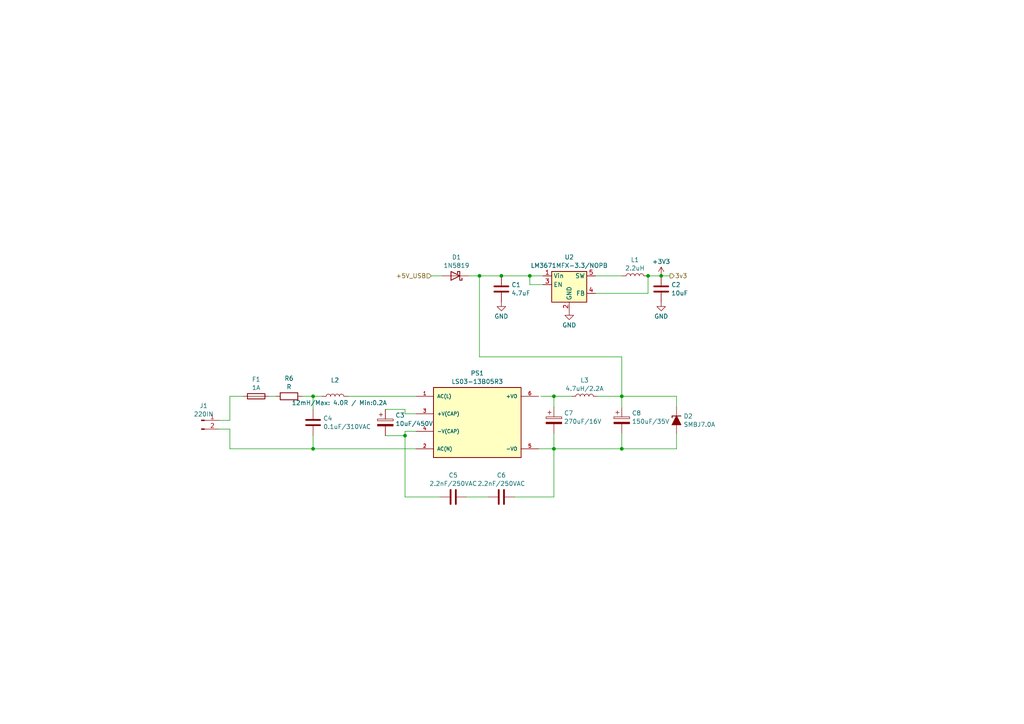
<source format=kicad_sch>
(kicad_sch (version 20230121) (generator eeschema)
  (paper "A4")
  (title_block (title "Optotriac output") (date "2023-12-13") (rev "B") (company "Wildsystems LTD"))
  (lib_symbols
    (symbol "Capacitor_AKL:CP_Radial_D12.5mm_P5.00mm" (pin_numbers hide) (pin_names (offset 0.254))
      (property "Reference" "C" (at 0.635 2.54 0))
      (property "Value" "CP_Radial_D12.5mm_P5.00mm" (at 0.635 -2.54 0))
      (symbol "CP_Radial_D12.5mm_P5.00mm_0_1"
        (rectangle (start -2.286 0.508) (end 2.286 1.016))
        (polyline (pts (xy -1.778 2.286) (xy -0.762 2.286)))
        (polyline (pts (xy -1.27 2.794) (xy -1.27 1.778)))
        (rectangle (start 2.286 -0.508) (end -2.286 -1.016) (fill (type outline)))
      )
      (symbol "CP_Radial_D12.5mm_P5.00mm_1_1"
        (pin passive line (at 0 3.81 270) (length 2.794) (name "~") (number "1"))
        (pin passive line (at 0 -3.81 90) (length 2.794) (name "~") (number "2"))
      )
    )
    (symbol "Capacitor_AKL:CP_SMD_D6.3mm_H7.7mm" (pin_numbers hide) (pin_names (offset 0.254))
      (property "Reference" "C" (at 0.635 2.54 0))
      (property "Value" "CP_SMD_D6.3mm_H7.7mm" (at 0.635 -2.54 0))
      (symbol "CP_SMD_D6.3mm_H7.7mm_0_1"
        (rectangle (start -2.286 0.508) (end 2.286 1.016))
        (polyline (pts (xy -1.778 2.286) (xy -0.762 2.286)))
        (polyline (pts (xy -1.27 2.794) (xy -1.27 1.778)))
        (rectangle (start 2.286 -0.508) (end -2.286 -1.016) (fill (type outline)))
      )
      (symbol "CP_SMD_D6.3mm_H7.7mm_1_1"
        (pin passive line (at 0 3.81 270) (length 2.794) (name "~") (number "1"))
        (pin passive line (at 0 -3.81 90) (length 2.794) (name "~") (number "2"))
      )
    )
    (symbol "Capacitor_AKL:C_0805" (pin_numbers hide) (pin_names (offset 0.254))
      (property "Reference" "C" (at 0.635 2.54 0))
      (property "Value" "C_0805" (at 0.635 -2.54 0))
      (symbol "C_0805_0_1"
        (polyline (pts (xy -2.032 -0.762) (xy 2.032 -0.762)) (stroke (width 0.508)))
        (polyline (pts (xy -2.032 0.762) (xy 2.032 0.762)) (stroke (width 0.508)))
      )
      (symbol "C_0805_1_1"
        (pin passive line (at 0 3.81 270) (length 2.794) (name "~") (number "1"))
        (pin passive line (at 0 -3.81 90) (length 2.794) (name "~") (number "2"))
      )
    )
    (symbol "Connector:Conn_01x02_Pin" (pin_names (offset 1.016) hide)
      (property "Reference" "J" (at 0 2.54 0))
      (property "Value" "Conn_01x02_Pin" (at 0 -5.08 0))
      (symbol "Conn_01x02_Pin_1_1"
        (polyline (pts (xy 1.27 -2.54) (xy 0.8636 -2.54)) (stroke (width 0.1524)))
        (polyline (pts (xy 1.27 0) (xy 0.8636 0)) (stroke (width 0.1524)))
        (rectangle (start 0.8636 -2.413) (end 0 -2.667) (stroke (width 0.1524)) (fill (type outline)))
        (rectangle (start 0.8636 0.127) (end 0 -0.127) (stroke (width 0.1524)) (fill (type outline)))
        (pin passive line (at 5.08 0 180) (length 3.81) (name "Pin_1") (number "1"))
        (pin passive line (at 5.08 -2.54 180) (length 3.81) (name "Pin_2") (number "2"))
      )
    )
    (symbol "Device:C" (pin_numbers hide) (pin_names (offset 0.254))
      (property "Reference" "C" (at 0.635 2.54 0))
      (property "Value" "C" (at 0.635 -2.54 0))
      (symbol "C_0_1"
        (polyline (pts (xy -2.032 -0.762) (xy 2.032 -0.762)) (stroke (width 0.508)))
        (polyline (pts (xy -2.032 0.762) (xy 2.032 0.762)) (stroke (width 0.508)))
      )
      (symbol "C_1_1"
        (pin passive line (at 0 3.81 270) (length 2.794) (name "~") (number "1"))
        (pin passive line (at 0 -3.81 90) (length 2.794) (name "~") (number "2"))
      )
    )
    (symbol "Device:Fuse" (pin_numbers hide) (pin_names (offset 0))
      (property "Reference" "F" (at 2.032 0 90))
      (property "Value" "Fuse" (at -1.905 0 90))
      (symbol "Fuse_0_1"
        (rectangle (start -0.762 -2.54) (end 0.762 2.54) (stroke (width 0.254)))
        (polyline (pts (xy 0 2.54) (xy 0 -2.54)))
      )
      (symbol "Fuse_1_1"
        (pin passive line (at 0 3.81 270) (length 1.27) (name "~") (number "1"))
        (pin passive line (at 0 -3.81 90) (length 1.27) (name "~") (number "2"))
      )
    )
    (symbol "Device:L" (pin_numbers hide) (pin_names (offset 1.016) hide)
      (property "Reference" "L" (at -1.27 0 90))
      (property "Value" "L" (at 1.905 0 90))
      (symbol "L_0_1"
        (arc (start 0 -2.54) (mid 0.6323 -1.905) (end 0 -1.27))
        (arc (start 0 -1.27) (mid 0.6323 -0.635) (end 0 0))
        (arc (start 0 0) (mid 0.6323 0.635) (end 0 1.27))
        (arc (start 0 1.27) (mid 0.6323 1.905) (end 0 2.54))
      )
      (symbol "L_1_1"
        (pin passive line (at 0 3.81 270) (length 1.27) (name "1") (number "1"))
        (pin passive line (at 0 -3.81 90) (length 1.27) (name "2") (number "2"))
      )
    )
    (symbol "Device:R" (pin_numbers hide) (pin_names (offset 0))
      (property "Reference" "R" (at 2.032 0 90))
      (property "Value" "R" (at 0 0 90))
      (symbol "R_0_1"
        (rectangle (start -1.016 -2.54) (end 1.016 2.54) (stroke (width 0.254)))
      )
      (symbol "R_1_1"
        (pin passive line (at 0 3.81 270) (length 1.27) (name "~") (number "1"))
        (pin passive line (at 0 -3.81 90) (length 1.27) (name "~") (number "2"))
      )
    )
    (symbol "Diode:1N5819" (pin_numbers hide) (pin_names (offset 1.016) hide)
      (property "Reference" "D" (at 0 2.54 0))
      (property "Value" "1N5819" (at 0 -2.54 0))
      (symbol "1N5819_0_1"
        (polyline (pts (xy 1.27 0) (xy -1.27 0)))
        (polyline (pts (xy 1.27 1.27) (xy 1.27 -1.27) (xy -1.27 0) (xy 1.27 1.27)) (stroke (width 0.254)))
        (polyline (pts (xy -1.905 0.635) (xy -1.905 1.27) (xy -1.27 1.27) (xy -1.27 -1.27) (xy -0.635 -1.27) (xy -0.635 -0.635)) (stroke (width 0.254)))
      )
      (symbol "1N5819_1_1"
        (pin passive line (at -3.81 0 0) (length 2.54) (name "K") (number "1"))
        (pin passive line (at 3.81 0 180) (length 2.54) (name "A") (number "2"))
      )
    )
    (symbol "Diode_TVS_AKL:SMBJ7.0A" (pin_numbers hide) (pin_names (offset 1.016) hide)
      (property "Reference" "D" (at 0 5.08 0))
      (property "Value" "SMBJ7.0A" (at 0 2.54 0))
      (symbol "SMBJ7.0A_0_1"
        (polyline (pts (xy -1.27 0) (xy 1.27 0)))
        (polyline (pts (xy 1.27 -1.27) (xy 1.27 1.27)) (stroke (width 0.254)))
        (polyline (pts (xy 1.27 1.27) (xy 0.762 1.27)) (stroke (width 0.254)))
        (polyline (pts (xy -1.27 1.27) (xy -1.27 -1.27) (xy 1.27 0) (xy -1.27 1.27)) (stroke (width 0.254)) (fill (type outline)))
      )
      (symbol "SMBJ7.0A_1_1"
        (pin passive line (at 3.81 0 180) (length 2.54) (name "K") (number "1"))
        (pin passive line (at -3.81 0 0) (length 2.54) (name "A") (number "2"))
      )
    )
    (symbol "LS03-13B05R3:LS03-13B05R3" (pin_names (offset 1.016))
      (property "Reference" "PS" (at -12.7 11.43 0))
      (property "Value" "LS03-13B05R3" (at -12.7 -11.43 0))
      (symbol "LS03-13B05R3_0_0"
        (rectangle (start -12.7 -10.16) (end 12.7 10.16) (stroke (width 0.254)) (fill (type background)))
        (pin input line (at -17.78 7.62 0) (length 5.08) (name "AC(L)") (number "1"))
        (pin input line (at -17.78 -7.62 0) (length 5.08) (name "AC(N)") (number "2"))
        (pin passive line (at -17.78 2.54 0) (length 5.08) (name "+V(CAP)") (number "3"))
        (pin passive line (at -17.78 -2.54 0) (length 5.08) (name "-V(CAP)") (number "4"))
        (pin output line (at 17.78 -7.62 180) (length 5.08) (name "-VO") (number "5"))
        (pin output line (at 17.78 7.62 180) (length 5.08) (name "+VO") (number "6"))
      )
    )
    (symbol "Regulator_Switching:LM3670MF"
      (property "Reference" "U" (at -5.08 5.08 0))
      (property "Value" "LM3670MF" (at 0 5.08 0))
      (symbol "LM3670MF_0_1"
        (rectangle (start -5.08 3.81) (end 5.08 -5.08) (stroke (width 0.254)) (fill (type background)))
      )
      (symbol "LM3670MF_1_1"
        (pin power_in line (at -7.62 2.54 0) (length 2.54) (name "Vin") (number "1"))
        (pin power_in line (at 0 -7.62 90) (length 2.54) (name "GND") (number "2"))
        (pin input line (at -7.62 0 0) (length 2.54) (name "EN") (number "3"))
        (pin input line (at 7.62 -2.54 180) (length 2.54) (name "FB") (number "4"))
        (pin input line (at 7.62 2.54 180) (length 2.54) (name "SW") (number "5"))
      )
    )
    (symbol "power:+3V3" (power) (pin_names (offset 0))
      (property "Value" "+3V3" (at 0 3.556 0))
      (symbol "+3V3_0_1"
        (polyline (pts (xy -0.762 1.27) (xy 0 2.54)))
        (polyline (pts (xy 0 0) (xy 0 2.54)))
        (polyline (pts (xy 0 2.54) (xy 0.762 1.27)))
      )
      (symbol "+3V3_1_1"
        (pin power_in line (at 0 0 90) (length 0) hide (name "+3V3") (number "1"))
      )
    )
    (symbol "power:GND" (power) (pin_names (offset 0))
      (property "Value" "GND" (at 0 -3.81 0))
      (symbol "GND_0_1"
        (polyline (pts (xy 0 0) (xy 0 -1.27) (xy 1.27 -1.27) (xy 0 -2.54) (xy -1.27 -1.27) (xy 0 -1.27)))
      )
      (symbol "GND_1_1"
        (pin power_in line (at 0 0 270) (length 0) hide (name "GND") (number "1"))
      )
    )
  )
  (junction (at 145.415 80.01))
  (junction (at 139.065 80.01))
  (junction (at 90.805 114.935))
  (junction (at 191.77 80.01))
  (junction (at 187.96 80.01))
  (junction (at 90.805 130.175))
  (junction (at 160.655 114.935))
  (junction (at 180.34 130.175))
  (junction (at 160.655 130.175))
  (junction (at 117.475 126.365))
  (junction (at 180.34 114.935))
  (junction (at 153.67 80.01))
  (wire (pts (xy 160.655 130.175) (xy 160.655 144.145)))
  (wire (pts (xy 90.805 130.175) (xy 120.65 130.175)))
  (wire (pts (xy 135.89 80.01) (xy 139.065 80.01)))
  (wire (pts (xy 63.5 124.46) (xy 66.675 124.46)))
  (wire (pts (xy 165.735 114.935) (xy 160.655 114.935)))
  (wire (pts (xy 66.675 130.175) (xy 90.805 130.175)))
  (wire (pts (xy 117.475 120.015) (xy 120.65 120.015)))
  (wire (pts (xy 117.475 144.145) (xy 117.475 126.365)))
  (wire (pts (xy 145.415 80.01) (xy 153.67 80.01)))
  (wire (pts (xy 180.34 130.175) (xy 160.655 130.175)))
  (wire (pts (xy 127.635 144.145) (xy 117.475 144.145)))
  (wire (pts (xy 117.475 125.095) (xy 120.65 125.095)))
  (wire (pts (xy 180.34 114.935) (xy 180.34 118.11)))
  (wire (pts (xy 160.655 114.935) (xy 160.655 118.11)))
  (wire (pts (xy 156.845 114.935) (xy 160.655 114.935)))
  (wire (pts (xy 125.095 80.01) (xy 128.27 80.01)))
  (wire (pts (xy 90.805 126.365) (xy 90.805 130.175)))
  (wire (pts (xy 63.5 121.92) (xy 66.675 121.92)))
  (wire (pts (xy 100.965 114.935) (xy 120.65 114.935)))
  (wire (pts (xy 87.63 114.935) (xy 90.805 114.935)))
  (wire (pts (xy 153.67 80.01) (xy 157.48 80.01)))
  (wire (pts (xy 196.215 118.11) (xy 196.215 114.935)))
  (wire (pts (xy 139.065 103.505) (xy 180.34 103.505)))
  (wire (pts (xy 187.96 85.09) (xy 187.96 80.01)))
  (wire (pts (xy 66.675 114.935) (xy 66.675 121.92)))
  (wire (pts (xy 111.76 126.365) (xy 117.475 126.365)))
  (wire (pts (xy 191.77 80.01) (xy 194.31 80.01)))
  (wire (pts (xy 90.805 118.745) (xy 90.805 114.935)))
  (wire (pts (xy 117.475 118.745) (xy 117.475 120.015)))
  (wire (pts (xy 172.72 80.01) (xy 180.34 80.01)))
  (wire (pts (xy 160.655 125.73) (xy 160.655 130.175)))
  (wire (pts (xy 66.675 124.46) (xy 66.675 130.175)))
  (wire (pts (xy 196.215 125.73) (xy 196.215 130.175)))
  (wire (pts (xy 139.065 80.01) (xy 145.415 80.01)))
  (wire (pts (xy 187.96 80.01) (xy 191.77 80.01)))
  (wire (pts (xy 149.225 144.145) (xy 160.655 144.145)))
  (wire (pts (xy 117.475 126.365) (xy 117.475 125.095)))
  (wire (pts (xy 78.105 114.935) (xy 80.01 114.935)))
  (wire (pts (xy 135.255 144.145) (xy 141.605 144.145)))
  (wire (pts (xy 180.34 125.73) (xy 180.34 130.175)))
  (wire (pts (xy 196.215 130.175) (xy 180.34 130.175)))
  (wire (pts (xy 180.34 103.505) (xy 180.34 114.935)))
  (wire (pts (xy 196.215 114.935) (xy 180.34 114.935)))
  (wire (pts (xy 173.355 114.935) (xy 180.34 114.935)))
  (wire (pts (xy 153.67 82.55) (xy 153.67 80.01)))
  (wire (pts (xy 160.655 130.175) (xy 156.21 130.175)))
  (wire (pts (xy 139.065 80.01) (xy 139.065 103.505)))
  (wire (pts (xy 172.72 85.09) (xy 187.96 85.09)))
  (wire (pts (xy 90.805 114.935) (xy 93.345 114.935)))
  (wire (pts (xy 66.675 114.935) (xy 70.485 114.935)))
  (wire (pts (xy 111.76 118.745) (xy 117.475 118.745)))
  (wire (pts (xy 157.48 82.55) (xy 153.67 82.55)))
  (hierarchical_label "+5V_USB" (shape input) (at 125.095 80.01 180))
  (hierarchical_label "3v3" (shape output) (at 194.31 80.01 0))
  (symbol (lib_id "LS03-13B05R3:LS03-13B05R3") (at 138.43 122.555 0) (unit 1)
    (property "Reference" "PS1" (at 138.43 108.2507 0))
    (property "Value" "LS03-13B05R3" (at 138.43 110.6749 0))
    (property "Footprint" "LS03-13B05R3:CONV_LS03-13B05R3" (effects hide))
    (property "MF" "Mornsun America, LLC" (effects hide))
    (property "MAXIMUM_PACKAGE_HEIGHT" "13.58 mm" (effects hide))
    (property "Package" "CUSTOM-6 MORNSUN" (effects hide))
    (property "Price" "None" (effects hide))
    (property "Check_prices" "https://www.snapeda.com/parts/LS03-13B05R3/MORNSUN/view-part/?ref=eda" (effects hide))
    (property "STANDARD" "Manufacturer Recommendations" (effects hide))
    (property "PARTREV" "2020.09.09-A/4" (effects hide))
    (property "SnapEDA_Link" "https://www.snapeda.com/parts/LS03-13B05R3/MORNSUN/view-part/?ref=snap" (effects hide))
    (property "MP" "LS03-13B05R3" (effects hide))
    (property "Purchase-URL" "https://www.snapeda.com/api/url_track_click_mouser/?unipart_id=5618972&manufacturer=Mornsun America, LLC&part_name=LS03-13B05R3&search_term=None" (effects hide))
    (property "Description" "\nOpen Frame AC DC Converters 1 Uitgang 5V - - - 600mA 85 ~ 305 VAC, 70 ~ 430 VDC Input\n" (effects hide))
    (property "Availability" "In Stock" (effects hide))
    (property "MANUFACTURER" "Mornsun" (effects hide))
  )
  (symbol (lib_id "power:GND") (at 191.77 87.63 0) (unit 1)
    (property "Reference" "#PWR03" (effects hide))
    (property "Value" "GND" (at 191.77 91.7631 0))
    (instances (project "esp32_module" (path "" (reference "#PWR03") (unit 1))) (project "uhc-4" (path "" (reference "#PWR09") (unit 1))))
  )
  (symbol (lib_id "Device:L") (at 97.155 114.935 90) (unit 1)
    (property "Reference" "L2" (at 97.155 110.2854 90))
    (property "Value" "12mH/Max: 4.0R / Min:0.2A" (at 98.425 116.84 90))
  )
  (symbol (lib_id "Capacitor_AKL:CP_Radial_D12.5mm_P5.00mm") (at 111.76 122.555 0) (unit 1)
    (property "Reference" "C3" (at 114.681 120.4539 0) (effects (justify left)))
    (property "Value" "10uF/450V" (at 114.681 122.8781 0) (effects (justify left)))
    (property "Footprint" "Capacitor_THT_AKL:CP_Radial_D12.5mm_P5.00mm" (effects hide))
    (property "JLCPCB_NO" "C702503" (effects hide))
  )
  (symbol (lib_id "Device:C") (at 90.805 122.555 0) (unit 1)
    (property "Reference" "C4" (at 93.726 121.3429 0) (effects (justify left)))
    (property "Value" "0.1uF/310VAC" (at 93.726 123.7671 0) (effects (justify left)))
  )
  (symbol (lib_id "Diode:1N5819") (at 132.08 80.01 180) (unit 1)
    (property "Reference" "D1" (at 132.3975 74.5957 0))
    (property "Value" "1N5819" (at 132.3975 77.0199 0))
    (property "Footprint" "Diode_SMD_AKL:D_SOD-123" (effects hide))
    (property "Datasheet" "http://www.vishay.com/docs/88525/1n5817.pdf" (effects hide))
    (property "JLCPCB Part #" "C3033976" (effects hide))
  )
  (symbol (lib_id "Device:R") (at 83.82 114.935 90) (unit 1)
    (property "Reference" "R6" (at 83.82 109.7747 90))
    (property "Value" "R" (at 83.82 112.1989 90))
  )
  (symbol (lib_id "Device:C") (at 145.415 144.145 90) (unit 1)
    (property "Reference" "C6" (at 145.415 137.8417 90))
    (property "Value" "2.2nF/250VAC" (at 145.415 140.2659 90))
  )
  (symbol (lib_id "Diode_TVS_AKL:SMBJ7.0A") (at 196.215 121.92 90) (unit 1)
    (property "Reference" "D2" (at 198.247 120.7079 90) (effects (justify right)))
    (property "Value" "SMBJ7.0A" (at 198.247 123.1321 90) (effects (justify right)))
    (property "Footprint" "Diode_SMD_AKL:D_SMB" (effects hide))
    (property "Datasheet" "https://www.tme.eu/Document/0b6222bec7e12d83185b51d73cb6a54d/SMBJ_ser.pdf" (effects hide))
  )
  (symbol (lib_id "power:GND") (at 145.415 87.63 0) (unit 1)
    (property "Reference" "#PWR01" (effects hide))
    (property "Value" "GND" (at 145.415 91.7631 0))
    (instances (project "esp32_module" (path "" (reference "#PWR01") (unit 1))) (project "uhc-4" (path "" (reference "#PWR05") (unit 1))))
  )
  (symbol (lib_id "Device:C") (at 131.445 144.145 90) (unit 1)
    (property "Reference" "C5" (at 131.445 137.8417 90))
    (property "Value" "2.2nF/250VAC" (at 131.445 140.2659 90))
  )
  (symbol (lib_id "Connector:Conn_01x02_Pin") (at 58.42 121.92 0) (unit 1)
    (property "Reference" "J1" (at 59.055 117.6995 0))
    (property "Value" "220IN" (at 59.055 120.1237 0))
    (property "Footprint" "Connector_JST:JST_NV_B02P-NV_1x02_P5.00mm_Vertical" (effects hide))
  )
  (symbol (lib_id "power:GND") (at 165.1 90.17 0) (unit 1)
    (property "Reference" "#PWR02" (effects hide))
    (property "Value" "GND" (at 165.1 94.3031 0))
    (instances (project "esp32_module" (path "" (reference "#PWR02") (unit 1))) (project "uhc-4" (path "" (reference "#PWR07") (unit 1))))
  )
  (symbol (lib_id "Capacitor_AKL:CP_SMD_D6.3mm_H7.7mm") (at 180.34 121.92 0) (unit 1)
    (property "Reference" "C8" (at 183.261 119.8189 0) (effects (justify left)))
    (property "Value" "150uF/35V" (at 183.261 122.2431 0) (effects (justify left)))
    (property "Footprint" "Capacitor_SMD_AKL:CP_Elec_6.3x7.7" (effects hide))
  )
  (symbol (lib_id "Device:L") (at 184.15 80.01 90) (unit 1)
    (property "Reference" "L1" (at 184.15 75.3604 90))
    (property "Value" "2.2uH" (at 184.15 77.7846 90))
    (property "Footprint" "Inductor_SMD:L_0805_2012Metric" (effects hide))
  )
  (symbol (lib_id "Regulator_Switching:LM3670MF") (at 165.1 82.55 0) (unit 1)
    (property "Reference" "U2" (at 165.1 74.5957 0))
    (property "Value" "LM3671MFX-3.3/NOPB\n" (at 165.1 77.0199 0))
    (property "Footprint" "Package_TO_SOT_SMD:TSOT-23-5" (effects hide))
    (property "Datasheet" "http://www.ti.com/lit/ds/symlink/lm3670.pdf" (effects hide))
    (instances (project "esp32_module" (path "" (reference "U2") (unit 1))) (project "uhc-4" (path "" (reference "U6") (unit 1))))
  )
  (symbol (lib_id "Capacitor_AKL:CP_SMD_D6.3mm_H7.7mm") (at 160.655 121.92 0) (unit 1)
    (property "Reference" "C7" (at 163.576 119.8189 0) (effects (justify left)))
    (property "Value" "270uF/16V" (at 163.576 122.2431 0) (effects (justify left)))
    (property "Footprint" "Capacitor_SMD_AKL:CP_Elec_6.3x7.7" (effects hide))
    (property "JLCPCB_N" "C2944013" (effects hide))
  )
  (symbol (lib_id "Capacitor_AKL:C_0805") (at 191.77 83.82 0) (unit 1)
    (property "Reference" "C2" (at 194.691 82.6079 0) (effects (justify left)))
    (property "Value" "10uF" (at 194.691 85.0321 0) (effects (justify left)))
    (property "Footprint" "Capacitor_SMD_AKL:C_0805_2012Metric" (effects hide))
    (instances (project "esp32_module" (path "" (reference "C2") (unit 1))) (project "uhc-4" (path "" (reference "C1") (unit 1))))
  )
  (symbol (lib_id "power:+3V3") (at 191.77 80.01 0) (unit 1)
    (property "Reference" "#PWR08" (effects hide))
    (property "Value" "+3V3" (at 191.77 75.8769 0))
  )
  (symbol (lib_id "Device:L") (at 169.545 114.935 90) (unit 1)
    (property "Reference" "L3" (at 169.545 110.2854 90))
    (property "Value" "4.7uH/2.2A" (at 169.545 112.7096 90))
    (property "Footprint" "Inductor_SMD:L_1206_3216Metric" (effects hide))
    (property "JLCPCB_N" "C3248446" (effects hide))
  )
  (symbol (lib_id "Device:Fuse") (at 74.295 114.935 90) (unit 1)
    (property "Reference" "F1" (at 74.295 110.0287 90))
    (property "Value" "1A" (at 74.295 112.4529 90))
  )
  (symbol (lib_id "Capacitor_AKL:C_0805") (at 145.415 83.82 0) (unit 1)
    (property "Reference" "C1" (at 148.336 82.6079 0) (effects (justify left)))
    (property "Value" "4.7uF" (at 148.336 85.0321 0) (effects (justify left)))
    (property "Footprint" "Capacitor_SMD_AKL:C_0805_2012Metric" (effects hide))
    (instances (project "esp32_module" (path "" (reference "C1") (unit 1))) (project "uhc-4" (path "" (reference "C2") (unit 1))))
  )
)
</source>
